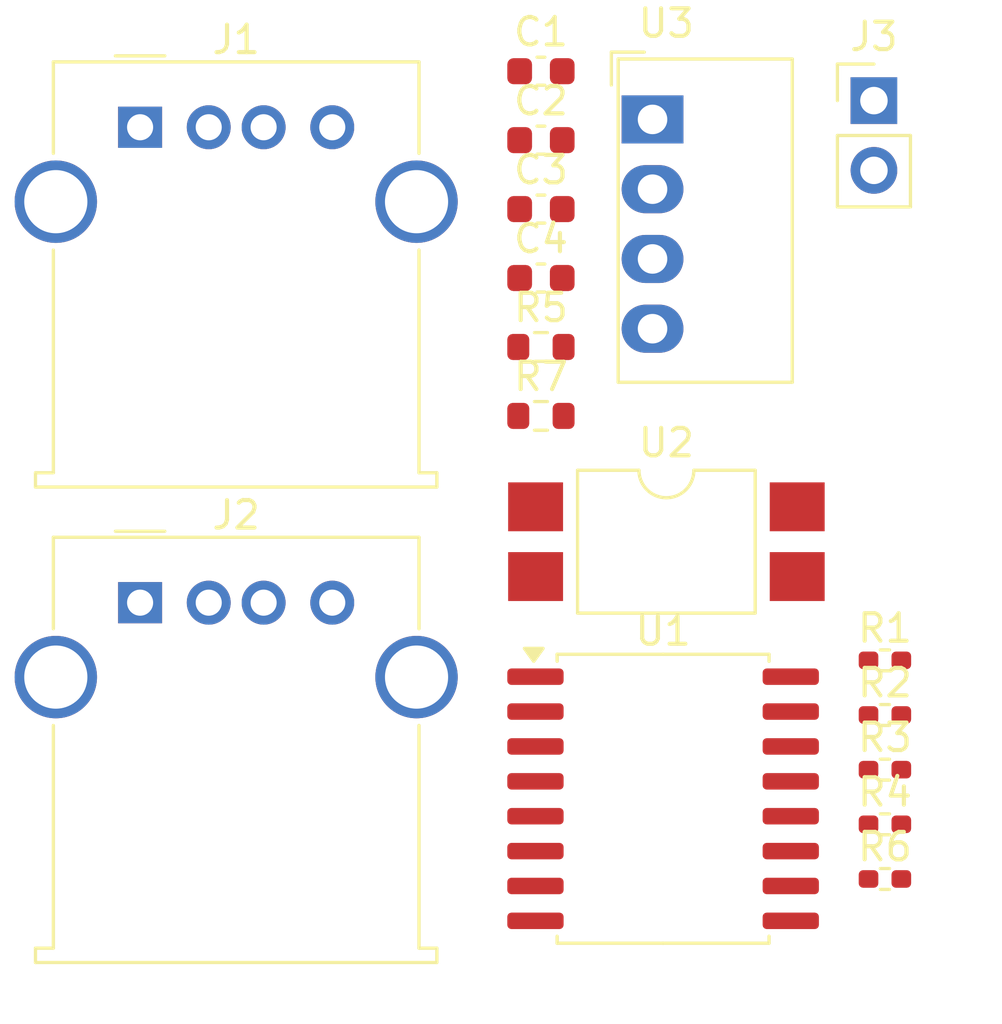
<source format=kicad_pcb>
(kicad_pcb (version 20240108) (generator "pcbnew") (generator_version "8.0")
  (layers (0 "F.Cu" signal) (31 "B.Cu" signal) (34 "B.Paste" user) (35 "F.Paste" user) (36 "B.SilkS" user "B.Silkscreen") (37 "F.SilkS" user "F.Silkscreen") (38 "B.Mask" user) (39 "F.Mask" user) (44 "Edge.Cuts" user))
  (net 0 "")
  (net 1 "GND1")
  (net 2 "+3V3_1")
  (net 3 "+5VA")
  (net 4 "+5VL")
  (net 5 "GND2")
  (net 6 "+3V3_2")
  (net 8 "Net-(J1-D-)")
  (net 10 "Net-(J1-D+)")
  (net 11 "Net-(J2-D-)")
  (net 14 "Net-(J2-D+)")
  (net 16 "/D1+")
  (net 17 "/D1-")
  (net 18 "/D2+")
  (net 19 "/D2-")
  (net 20 "/SDP_2")
  (net 21 "Net-(U1-PIN)")
  (net 22 "/SDP_1")
  (footprint "Converter_DCDC:Converter_DCDC_Murata_MEE1SxxxxSC_THT" (layer "F.Cu") (at 130.3581 84.232)
    (property "Reference" "U3" (at 0.5 -3.5 180) (layer "F.SilkS"))
    (property "Value" "TBA1-0511E")
    (fp_line (start -1.5 -2.45) (end -1.5 -1.25) (stroke (width 0.12)) (layer "F.SilkS"))
    (fp_line (start -1.25 -2.2) (end -1.25 9.57) (stroke (width 0.12)) (layer "F.SilkS"))
    (fp_line (start -0.3 -2.45) (end -1.5 -2.45) (stroke (width 0.12)) (layer "F.SilkS"))
    (fp_line (start 5.09 -2.2) (end -1.25 -2.2) (stroke (width 0.12)) (layer "F.SilkS"))
    (fp_line (start 5.09 -2.2) (end 5.09 9.57) (stroke (width 0.12)) (layer "F.SilkS"))
    (fp_line (start 5.09 9.57) (end -1.25 9.57) (stroke (width 0.12)) (layer "F.SilkS"))
    (pad "1" thru_hole rect (at 0 0 270) (size 1.75 2.25) (drill 1.075) (layers "*.Cu" "*.Mask") (net 3 "+5VA"))
    (pad "2" thru_hole oval (at 0 2.54 270) (size 1.75 2.25) (drill 1.075) (layers "*.Cu" "*.Mask") (net 1 "GND1"))
    (pad "3" thru_hole oval (at 0 5.08 270) (size 1.75 2.25) (drill 1.075) (layers "*.Cu" "*.Mask"))
    (pad "4" thru_hole oval (at 0 7.62 270) (size 1.75 2.25) (drill 1.075) (layers "*.Cu" "*.Mask") (net 5 "GND2"))
  )
  (footprint "Capacitor_SMD:C_0603_1608Metric" (layer "F.Cu") (at 126.2931 90.007)
    (property "Reference" "C4" (at 0 -1.43 0) (layer "F.SilkS"))
    (property "Value" "220n")
    (fp_line (start -0.14058 -0.51) (end 0.14058 -0.51) (stroke (width 0.12)) (layer "F.SilkS"))
    (fp_line (start -0.14058 0.51) (end 0.14058 0.51) (stroke (width 0.12)) (layer "F.SilkS"))
    (pad "1" smd roundrect (at -0.775 0) (size 0.9 0.95) (layers "F.Cu" "F.Paste" "F.Mask") (net 6 "+3V3_2"))
    (pad "2" smd roundrect (at 0.775 0) (size 0.9 0.95) (layers "F.Cu" "F.Paste" "F.Mask") (net 5 "GND2"))
  )
  (footprint "Resistor_SMD:R_0402_1005Metric_Pad0.72x0.64mm_HandSolder" (layer "F.Cu") (at 138.8231 109.897)
    (property "Reference" "R4" (at 0 -1.17 0) (layer "F.SilkS"))
    (property "Value" "22")
    (fp_line (start -0.167621 -0.38) (end 0.167621 -0.38) (stroke (width 0.12)) (layer "F.SilkS"))
    (fp_line (start -0.167621 0.38) (end 0.167621 0.38) (stroke (width 0.12)) (layer "F.SilkS"))
    (pad "1" smd roundrect (at -0.5975 0) (size 0.715 0.64) (layers "F.Cu" "F.Paste" "F.Mask") (net 19 "/D2-"))
    (pad "2" smd roundrect (at 0.5975 0) (size 0.715 0.64) (layers "F.Cu" "F.Paste" "F.Mask") (net 11 "Net-(J2-D-)"))
  )
  (footprint "Capacitor_SMD:C_0603_1608Metric" (layer "F.Cu") (at 126.2931 87.497)
    (property "Reference" "C3" (at 0 -1.43 0) (layer "F.SilkS"))
    (property "Value" "220n")
    (fp_line (start -0.14058 -0.51) (end 0.14058 -0.51) (stroke (width 0.12)) (layer "F.SilkS"))
    (fp_line (start -0.14058 0.51) (end 0.14058 0.51) (stroke (width 0.12)) (layer "F.SilkS"))
    (pad "1" smd roundrect (at -0.775 0) (size 0.9 0.95) (layers "F.Cu" "F.Paste" "F.Mask") (net 4 "+5VL"))
    (pad "2" smd roundrect (at 0.775 0) (size 0.9 0.95) (layers "F.Cu" "F.Paste" "F.Mask") (net 5 "GND2"))
  )
  (footprint "Resistor_SMD:R_0402_1005Metric_Pad0.72x0.64mm_HandSolder" (layer "F.Cu") (at 138.8231 111.887)
    (property "Reference" "R6" (at 0 -1.17 0) (layer "F.SilkS"))
    (property "Value" "22")
    (fp_line (start -0.167621 -0.38) (end 0.167621 -0.38) (stroke (width 0.12)) (layer "F.SilkS"))
    (fp_line (start -0.167621 0.38) (end 0.167621 0.38) (stroke (width 0.12)) (layer "F.SilkS"))
    (pad "1" smd roundrect (at -0.5975 0) (size 0.715 0.64) (layers "F.Cu" "F.Paste" "F.Mask") (net 21 "Net-(U1-PIN)"))
    (pad "2" smd roundrect (at 0.5975 0) (size 0.715 0.64) (layers "F.Cu" "F.Paste" "F.Mask") (net 6 "+3V3_2"))
  )
  (footprint "Package_SO:SOIC-16W_7.5x10.3mm_P1.27mm" (layer "F.Cu") (at 130.7431 108.967)
    (property "Reference" "U1" (at 0 -6.1 0) (layer "F.SilkS"))
    (property "Value" "ADUM4160")
    (fp_line (start -3.86 -5.26) (end -3.86 -5.005) (stroke (width 0.12)) (layer "F.SilkS"))
    (fp_line (start -3.86 5.26) (end -3.86 5.005) (stroke (width 0.12)) (layer "F.SilkS"))
    (fp_line (start 0 -5.26) (end -3.86 -5.26) (stroke (width 0.12)) (layer "F.SilkS"))
    (fp_line (start 0 -5.26) (end 3.86 -5.26) (stroke (width 0.12)) (layer "F.SilkS"))
    (fp_line (start 0 5.26) (end -3.86 5.26) (stroke (width 0.12)) (layer "F.SilkS"))
    (fp_line (start 0 5.26) (end 3.86 5.26) (stroke (width 0.12)) (layer "F.SilkS"))
    (fp_line (start 3.86 -5.26) (end 3.86 -5.005) (stroke (width 0.12)) (layer "F.SilkS"))
    (fp_line (start 3.86 5.26) (end 3.86 5.005) (stroke (width 0.12)) (layer "F.SilkS"))
    (fp_poly (pts (xy -4.7125 -5.005) (xy -5.0525 -5.475) (xy -4.3725 -5.475) (xy -4.7125 -5.005)) (stroke (width 0.12)) (fill solid) (layer "F.SilkS"))
    (pad "1" smd roundrect (at -4.65 -4.445) (size 2.05 0.6) (layers "F.Cu" "F.Paste" "F.Mask") (net 3 "+5VA"))
    (pad "2" smd roundrect (at -4.65 -3.175) (size 2.05 0.6) (layers "F.Cu" "F.Paste" "F.Mask") (net 1 "GND1"))
    (pad "3" smd roundrect (at -4.65 -1.905) (size 2.05 0.6) (layers "F.Cu" "F.Paste" "F.Mask") (net 2 "+3V3_1"))
    (pad "4" smd roundrect (at -4.65 -0.635) (size 2.05 0.6) (layers "F.Cu" "F.Paste" "F.Mask"))
    (pad "5" smd roundrect (at -4.65 0.635) (size 2.05 0.6) (layers "F.Cu" "F.Paste" "F.Mask") (net 22 "/SDP_1"))
    (pad "6" smd roundrect (at -4.65 1.905) (size 2.05 0.6) (layers "F.Cu" "F.Paste" "F.Mask") (net 17 "/D1-"))
    (pad "7" smd roundrect (at -4.65 3.175) (size 2.05 0.6) (layers "F.Cu" "F.Paste" "F.Mask") (net 16 "/D1+"))
    (pad "8" smd roundrect (at -4.65 4.445) (size 2.05 0.6) (layers "F.Cu" "F.Paste" "F.Mask") (net 1 "GND1"))
    (pad "9" smd roundrect (at 4.65 4.445) (size 2.05 0.6) (layers "F.Cu" "F.Paste" "F.Mask") (net 5 "GND2"))
    (pad "10" smd roundrect (at 4.65 3.175) (size 2.05 0.6) (layers "F.Cu" "F.Paste" "F.Mask") (net 18 "/D2+"))
    (pad "11" smd roundrect (at 4.65 1.905) (size 2.05 0.6) (layers "F.Cu" "F.Paste" "F.Mask") (net 19 "/D2-"))
    (pad "12" smd roundrect (at 4.65 0.635) (size 2.05 0.6) (layers "F.Cu" "F.Paste" "F.Mask") (net 21 "Net-(U1-PIN)"))
    (pad "13" smd roundrect (at 4.65 -0.635) (size 2.05 0.6) (layers "F.Cu" "F.Paste" "F.Mask") (net 20 "/SDP_2"))
    (pad "14" smd roundrect (at 4.65 -1.905) (size 2.05 0.6) (layers "F.Cu" "F.Paste" "F.Mask") (net 6 "+3V3_2"))
    (pad "15" smd roundrect (at 4.65 -3.175) (size 2.05 0.6) (layers "F.Cu" "F.Paste" "F.Mask") (net 5 "GND2"))
    (pad "16" smd roundrect (at 4.65 -4.445) (size 2.05 0.6) (layers "F.Cu" "F.Paste" "F.Mask") (net 4 "+5VL"))
  )
  (footprint "Package_DIP:SMDIP-4_W9.53mm" (layer "F.Cu") (at 130.8631 99.607)
    (property "Reference" "U2" (at 0 -3.6 0) (layer "F.SilkS"))
    (property "Value" "EL814")
    (fp_line (start -3.235 -2.6) (end -3.235 2.6) (stroke (width 0.12)) (layer "F.SilkS"))
    (fp_line (start -3.235 2.6) (end 3.235 2.6) (stroke (width 0.12)) (layer "F.SilkS"))
    (fp_line (start -1 -2.6) (end -3.235 -2.6) (stroke (width 0.12)) (layer "F.SilkS"))
    (fp_line (start 3.235 -2.6) (end 1 -2.6) (stroke (width 0.12)) (layer "F.SilkS"))
    (fp_line (start 3.235 2.6) (end 3.235 -2.6) (stroke (width 0.12)) (layer "F.SilkS"))
    (fp_arc (start 1 -2.6) (mid 0 -1.6) (end -1 -2.6) (stroke (width 0.12)) (layer "F.SilkS"))
    (pad "1" smd rect (at -4.765 -1.27) (size 2 1.78) (layers "F.Cu" "F.Paste" "F.Mask"))
    (pad "2" smd rect (at -4.765 1.27) (size 2 1.78) (layers "F.Cu" "F.Paste" "F.Mask") (net 1 "GND1"))
    (pad "3" smd rect (at 4.765 1.27) (size 2 1.78) (layers "F.Cu" "F.Paste" "F.Mask") (net 5 "GND2"))
    (pad "4" smd rect (at 4.765 -1.27) (size 2 1.78) (layers "F.Cu" "F.Paste" "F.Mask") (net 20 "/SDP_2"))
  )
  (footprint "Connector_PinHeader_2.54mm:PinHeader_1x02_P2.54mm_Vertical" (layer "F.Cu") (at 138.4231 83.547)
    (property "Reference" "J3" (at 0 -2.33 0) (layer "F.SilkS"))
    (property "Value" "Conn_01x02")
    (fp_line (start -1.33 -1.33) (end 0 -1.33) (stroke (width 0.12)) (layer "F.SilkS"))
    (fp_line (start -1.33 0) (end -1.33 -1.33) (stroke (width 0.12)) (layer "F.SilkS"))
    (fp_line (start -1.33 1.27) (end -1.33 3.87) (stroke (width 0.12)) (layer "F.SilkS"))
    (fp_line (start -1.33 1.27) (end 1.33 1.27) (stroke (width 0.12)) (layer "F.SilkS"))
    (fp_line (start -1.33 3.87) (end 1.33 3.87) (stroke (width 0.12)) (layer "F.SilkS"))
    (fp_line (start 1.33 1.27) (end 1.33 3.87) (stroke (width 0.12)) (layer "F.SilkS"))
    (pad "1" thru_hole rect (at 0 0) (size 1.7 1.7) (drill 1) (layers "*.Cu" "*.Mask") (net 1 "GND1"))
    (pad "2" thru_hole oval (at 0 2.54) (size 1.7 1.7) (drill 1) (layers "*.Cu" "*.Mask"))
  )
  (footprint "Resistor_SMD:R_0603_1608Metric" (layer "F.Cu") (at 126.2931 92.517)
    (property "Reference" "R5" (at 0 -1.43 0) (layer "F.SilkS"))
    (property "Value" "10k")
    (fp_line (start -0.237258 -0.5225) (end 0.237258 -0.5225) (stroke (width 0.12)) (layer "F.SilkS"))
    (fp_line (start -0.237258 0.5225) (end 0.237258 0.5225) (stroke (width 0.12)) (layer "F.SilkS"))
    (pad "1" smd roundrect (at -0.825 0) (size 0.8 0.95) (layers "F.Cu" "F.Paste" "F.Mask") (net 6 "+3V3_2"))
    (pad "2" smd roundrect (at 0.825 0) (size 0.8 0.95) (layers "F.Cu" "F.Paste" "F.Mask") (net 20 "/SDP_2"))
  )
  (footprint "Resistor_SMD:R_0402_1005Metric_Pad0.72x0.64mm_HandSolder" (layer "F.Cu") (at 138.8231 107.907)
    (property "Reference" "R3" (at 0 -1.17 0) (layer "F.SilkS"))
    (property "Value" "22")
    (fp_line (start -0.167621 -0.38) (end 0.167621 -0.38) (stroke (width 0.12)) (layer "F.SilkS"))
    (fp_line (start -0.167621 0.38) (end 0.167621 0.38) (stroke (width 0.12)) (layer "F.SilkS"))
    (pad "1" smd roundrect (at -0.5975 0) (size 0.715 0.64) (layers "F.Cu" "F.Paste" "F.Mask") (net 18 "/D2+"))
    (pad "2" smd roundrect (at 0.5975 0) (size 0.715 0.64) (layers "F.Cu" "F.Paste" "F.Mask") (net 14 "Net-(J2-D+)"))
  )
  (footprint "Resistor_SMD:R_0603_1608Metric" (layer "F.Cu") (at 126.2931 95.027)
    (property "Reference" "R7" (at 0 -1.43 0) (layer "F.SilkS"))
    (property "Value" "10k")
    (fp_line (start -0.237258 -0.5225) (end 0.237258 -0.5225) (stroke (width 0.12)) (layer "F.SilkS"))
    (fp_line (start -0.237258 0.5225) (end 0.237258 0.5225) (stroke (width 0.12)) (layer "F.SilkS"))
    (pad "1" smd roundrect (at -0.825 0) (size 0.8 0.95) (layers "F.Cu" "F.Paste" "F.Mask") (net 2 "+3V3_1"))
    (pad "2" smd roundrect (at 0.825 0) (size 0.8 0.95) (layers "F.Cu" "F.Paste" "F.Mask") (net 22 "/SDP_1"))
  )
  (footprint "Resistor_SMD:R_0402_1005Metric_Pad0.72x0.64mm_HandSolder" (layer "F.Cu") (at 138.8231 105.917)
    (property "Reference" "R2" (at 0 -1.17 0) (layer "F.SilkS"))
    (property "Value" "22")
    (fp_line (start -0.167621 -0.38) (end 0.167621 -0.38) (stroke (width 0.12)) (layer "F.SilkS"))
    (fp_line (start -0.167621 0.38) (end 0.167621 0.38) (stroke (width 0.12)) (layer "F.SilkS"))
    (pad "1" smd roundrect (at -0.5975 0) (size 0.715 0.64) (layers "F.Cu" "F.Paste" "F.Mask") (net 8 "Net-(J1-D-)"))
    (pad "2" smd roundrect (at 0.5975 0) (size 0.715 0.64) (layers "F.Cu" "F.Paste" "F.Mask") (net 17 "/D1-"))
  )
  (footprint "Connector_USB:USB_A_Molex_67643_Horizontal" (layer "F.Cu") (at 111.691308 101.827)
    (property "Reference" "J2" (at 3.5 -3.19 0) (layer "F.SilkS"))
    (property "Value" "USB_A")
    (fp_line (start -3.81 12.58) (end -3.81 13.1) (stroke (width 0.12)) (layer "F.SilkS"))
    (fp_line (start -3.81 13.1) (end 10.81 13.1) (stroke (width 0.12)) (layer "F.SilkS"))
    (fp_line (start -3.16 -2.38) (end -3.16 0.95) (stroke (width 0.12)) (layer "F.SilkS"))
    (fp_line (start -3.16 -2.38) (end 10.16 -2.38) (stroke (width 0.12)) (layer "F.SilkS"))
    (fp_line (start -3.16 12.58) (end -3.81 12.58) (stroke (width 0.12)) (layer "F.SilkS"))
    (fp_line (start -3.16 12.58) (end -3.16 4.47) (stroke (width 0.12)) (layer "F.SilkS"))
    (fp_line (start -0.9 -2.6) (end 0.9 -2.6) (stroke (width 0.12)) (layer "F.SilkS"))
    (fp_line (start 10.16 -2.38) (end 10.16 0.95) (stroke (width 0.12)) (layer "F.SilkS"))
    (fp_line (start 10.16 4.47) (end 10.16 12.58) (stroke (width 0.12)) (layer "F.SilkS"))
    (fp_line (start 10.81 12.58) (end 10.16 12.58) (stroke (width 0.12)) (layer "F.SilkS"))
    (fp_line (start 10.81 13.1) (end 10.81 12.58) (stroke (width 0.12)) (layer "F.SilkS"))
    (pad "1" thru_hole rect (at 0 0) (size 1.6 1.5) (drill 0.95) (layers "*.Cu" "*.Mask") (net 4 "+5VL"))
    (pad "2" thru_hole circle (at 2.5 0) (size 1.6 1.6) (drill 0.95) (layers "*.Cu" "*.Mask") (net 11 "Net-(J2-D-)"))
    (pad "3" thru_hole circle (at 4.5 0) (size 1.6 1.6) (drill 0.95) (layers "*.Cu" "*.Mask") (net 14 "Net-(J2-D+)"))
    (pad "4" thru_hole circle (at 7 0) (size 1.6 1.6) (drill 0.95) (layers "*.Cu" "*.Mask") (net 5 "GND2"))
    (pad "5" thru_hole circle (at -3.07 2.71) (size 3 3) (drill 2.3) (layers "*.Cu" "*.Mask"))
    (pad "5" thru_hole circle (at 10.07 2.71) (size 3 3) (drill 2.3) (layers "*.Cu" "*.Mask"))
  )
  (footprint "Capacitor_SMD:C_0603_1608Metric" (layer "F.Cu") (at 126.2931 84.987)
    (property "Reference" "C2" (at 0 -1.43 0) (layer "F.SilkS"))
    (property "Value" "220n")
    (fp_line (start -0.14058 -0.51) (end 0.14058 -0.51) (stroke (width 0.12)) (layer "F.SilkS"))
    (fp_line (start -0.14058 0.51) (end 0.14058 0.51) (stroke (width 0.12)) (layer "F.SilkS"))
    (pad "1" smd roundrect (at -0.775 0) (size 0.9 0.95) (layers "F.Cu" "F.Paste" "F.Mask") (net 3 "+5VA"))
    (pad "2" smd roundrect (at 0.775 0) (size 0.9 0.95) (layers "F.Cu" "F.Paste" "F.Mask") (net 1 "GND1"))
  )
  (footprint "Connector_USB:USB_A_Molex_67643_Horizontal" (layer "F.Cu") (at 111.691308 84.517)
    (property "Reference" "J1" (at 3.5 -3.19 0) (layer "F.SilkS"))
    (property "Value" "USB_A")
    (fp_line (start -3.81 12.58) (end -3.81 13.1) (stroke (width 0.12)) (layer "F.SilkS"))
    (fp_line (start -3.81 13.1) (end 10.81 13.1) (stroke (width 0.12)) (layer "F.SilkS"))
    (fp_line (start -3.16 -2.38) (end -3.16 0.95) (stroke (width 0.12)) (layer "F.SilkS"))
    (fp_line (start -3.16 -2.38) (end 10.16 -2.38) (stroke (width 0.12)) (layer "F.SilkS"))
    (fp_line (start -3.16 12.58) (end -3.81 12.58) (stroke (width 0.12)) (layer "F.SilkS"))
    (fp_line (start -3.16 12.58) (end -3.16 4.47) (stroke (width 0.12)) (layer "F.SilkS"))
    (fp_line (start -0.9 -2.6) (end 0.9 -2.6) (stroke (width 0.12)) (layer "F.SilkS"))
    (fp_line (start 10.16 -2.38) (end 10.16 0.95) (stroke (width 0.12)) (layer "F.SilkS"))
    (fp_line (start 10.16 4.47) (end 10.16 12.58) (stroke (width 0.12)) (layer "F.SilkS"))
    (fp_line (start 10.81 12.58) (end 10.16 12.58) (stroke (width 0.12)) (layer "F.SilkS"))
    (fp_line (start 10.81 13.1) (end 10.81 12.58) (stroke (width 0.12)) (layer "F.SilkS"))
    (pad "1" thru_hole rect (at 0 0) (size 1.6 1.5) (drill 0.95) (layers "*.Cu" "*.Mask") (net 3 "+5VA"))
    (pad "2" thru_hole circle (at 2.5 0) (size 1.6 1.6) (drill 0.95) (layers "*.Cu" "*.Mask") (net 8 "Net-(J1-D-)"))
    (pad "3" thru_hole circle (at 4.5 0) (size 1.6 1.6) (drill 0.95) (layers "*.Cu" "*.Mask") (net 10 "Net-(J1-D+)"))
    (pad "4" thru_hole circle (at 7 0) (size 1.6 1.6) (drill 0.95) (layers "*.Cu" "*.Mask") (net 1 "GND1"))
    (pad "5" thru_hole circle (at -3.07 2.71) (size 3 3) (drill 2.3) (layers "*.Cu" "*.Mask"))
    (pad "5" thru_hole circle (at 10.07 2.71) (size 3 3) (drill 2.3) (layers "*.Cu" "*.Mask"))
  )
  (footprint "Resistor_SMD:R_0402_1005Metric_Pad0.72x0.64mm_HandSolder" (layer "F.Cu") (at 138.8231 103.927)
    (property "Reference" "R1" (at 0 -1.17 0) (layer "F.SilkS"))
    (property "Value" "22")
    (fp_line (start -0.167621 -0.38) (end 0.167621 -0.38) (stroke (width 0.12)) (layer "F.SilkS"))
    (fp_line (start -0.167621 0.38) (end 0.167621 0.38) (stroke (width 0.12)) (layer "F.SilkS"))
    (pad "1" smd roundrect (at -0.5975 0) (size 0.715 0.64) (layers "F.Cu" "F.Paste" "F.Mask") (net 10 "Net-(J1-D+)"))
    (pad "2" smd roundrect (at 0.5975 0) (size 0.715 0.64) (layers "F.Cu" "F.Paste" "F.Mask") (net 16 "/D1+"))
  )
  (footprint "Capacitor_SMD:C_0603_1608Metric" (layer "F.Cu") (at 126.2931 82.477)
    (property "Reference" "C1" (at 0 -1.43 0) (layer "F.SilkS"))
    (property "Value" "220n")
    (fp_line (start -0.14058 -0.51) (end 0.14058 -0.51) (stroke (width 0.12)) (layer "F.SilkS"))
    (fp_line (start -0.14058 0.51) (end 0.14058 0.51) (stroke (width 0.12)) (layer "F.SilkS"))
    (pad "1" smd roundrect (at -0.775 0) (size 0.9 0.95) (layers "F.Cu" "F.Paste" "F.Mask") (net 2 "+3V3_1"))
    (pad "2" smd roundrect (at 0.775 0) (size 0.9 0.95) (layers "F.Cu" "F.Paste" "F.Mask") (net 1 "GND1"))
  )
)
</source>
